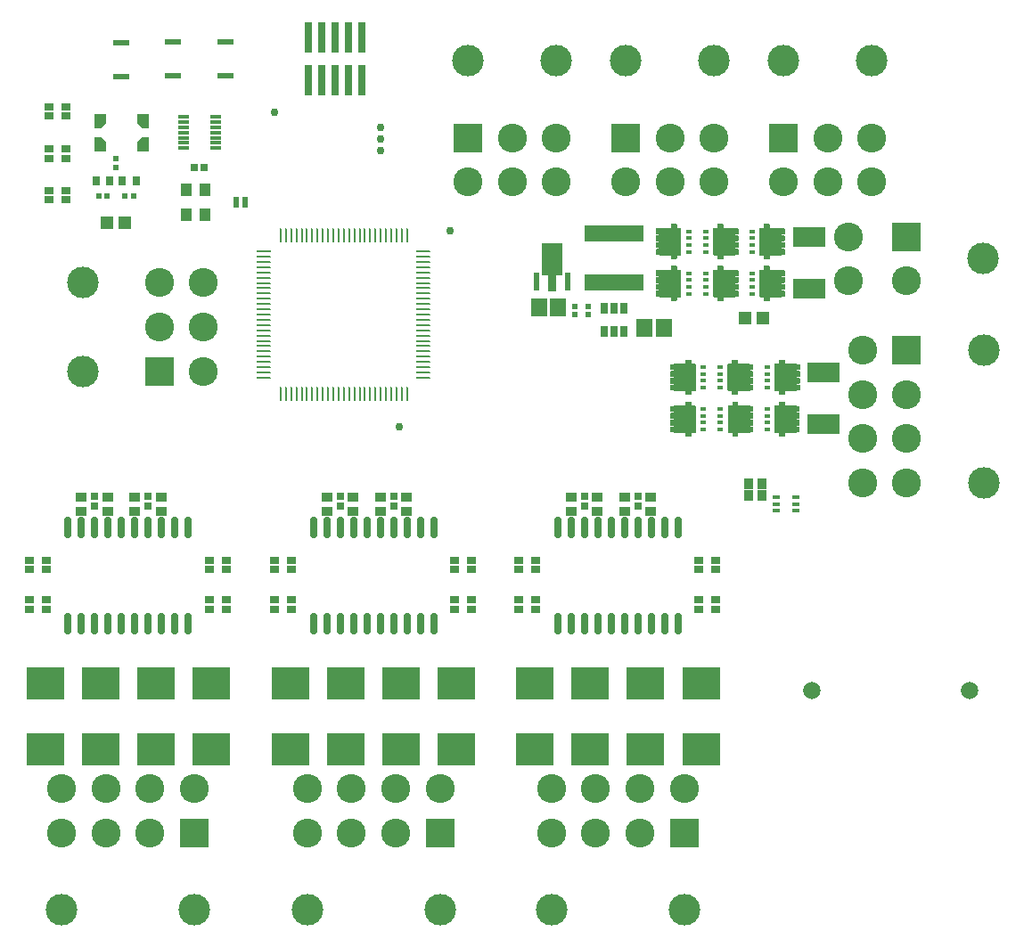
<source format=gts>
G04*
G04 #@! TF.GenerationSoftware,Altium Limited,Altium Designer,24.4.1 (13)*
G04*
G04 Layer_Color=8388736*
%FSLAX44Y44*%
%MOMM*%
G71*
G04*
G04 #@! TF.SameCoordinates,D7575A33-01EC-4171-9A11-0C774D8D2981*
G04*
G04*
G04 #@! TF.FilePolarity,Negative*
G04*
G01*
G75*
%ADD25R,0.5200X0.5200*%
%ADD26R,0.7565X0.8621*%
%ADD27R,0.5200X0.5200*%
%ADD28C,0.9900*%
%ADD29C,0.9698*%
%ADD30R,0.9779X0.3048*%
%ADD31R,1.5000X0.5500*%
%ADD34R,3.5700X3.1000*%
%ADD36C,1.7397*%
%ADD37R,0.5800X1.7300*%
%ADD38R,5.7000X1.6000*%
%ADD39R,0.7000X1.0000*%
G04:AMPARAMS|DCode=40|XSize=0.2125mm|YSize=1.3552mm|CornerRadius=0.1062mm|HoleSize=0mm|Usage=FLASHONLY|Rotation=0.000|XOffset=0mm|YOffset=0mm|HoleType=Round|Shape=RoundedRectangle|*
%AMROUNDEDRECTD40*
21,1,0.2125,1.1428,0,0,0.0*
21,1,0.0000,1.3552,0,0,0.0*
1,1,0.2125,0.0000,-0.5714*
1,1,0.2125,0.0000,-0.5714*
1,1,0.2125,0.0000,0.5714*
1,1,0.2125,0.0000,0.5714*
%
%ADD40ROUNDEDRECTD40*%
G04:AMPARAMS|DCode=41|XSize=1.3552mm|YSize=0.2125mm|CornerRadius=0.1062mm|HoleSize=0mm|Usage=FLASHONLY|Rotation=0.000|XOffset=0mm|YOffset=0mm|HoleType=Round|Shape=RoundedRectangle|*
%AMROUNDEDRECTD41*
21,1,1.3552,0.0000,0,0,0.0*
21,1,1.1428,0.2125,0,0,0.0*
1,1,0.2125,0.5714,0.0000*
1,1,0.2125,-0.5714,0.0000*
1,1,0.2125,-0.5714,0.0000*
1,1,0.2125,0.5714,0.0000*
%
%ADD41ROUNDEDRECTD41*%
%ADD42R,1.3552X0.2125*%
%ADD45R,0.8000X0.4000*%
%ADD46R,1.0500X1.3000*%
%ADD47R,0.5750X1.1400*%
%ADD48R,0.5000X0.3500*%
%ADD49R,3.1500X1.9600*%
%ADD50C,0.7500*%
%ADD51R,1.3000X1.2000*%
%ADD52R,1.6500X1.7000*%
%ADD53O,0.7500X2.1000*%
%ADD54R,0.7000X0.7000*%
%ADD55R,0.9500X0.6500*%
%ADD56R,1.1000X0.9500*%
%ADD57R,0.7000X0.7000*%
%ADD58R,0.9000X1.0000*%
%ADD59R,0.8500X1.0000*%
%ADD60C,2.7500*%
%ADD61R,2.7500X2.7500*%
%ADD62C,3.0000*%
%ADD63R,0.8000X2.9200*%
%ADD64R,2.7500X2.7500*%
%ADD65C,1.6580*%
%ADD66C,2.7534*%
%ADD67R,2.7534X2.7534*%
%ADD68C,2.9972*%
G36*
X135000Y814250D02*
X128000D01*
X124000Y819250D01*
Y827750D01*
X135000D01*
Y814250D01*
D02*
G37*
G36*
X94000Y819250D02*
X90000Y814250D01*
X83000D01*
Y827750D01*
X94000D01*
Y819250D01*
D02*
G37*
G36*
X135000Y791750D02*
X124000D01*
Y800250D01*
X128000Y805250D01*
X135000D01*
Y791750D01*
D02*
G37*
G36*
X94000Y800250D02*
Y791750D01*
X83000D01*
Y805250D01*
X90000D01*
X94000Y800250D01*
D02*
G37*
G36*
X724268Y723043D02*
X724382Y723016D01*
X724492Y722970D01*
X724592Y722909D01*
X724682Y722832D01*
X724759Y722742D01*
X724820Y722642D01*
X724865Y722533D01*
X724893Y722418D01*
X724902Y722300D01*
Y719252D01*
X735500D01*
X735618Y719243D01*
X735732Y719215D01*
X735842Y719170D01*
X735942Y719109D01*
X736032Y719032D01*
X736109Y718942D01*
X736170Y718842D01*
X736207Y718752D01*
X738500D01*
X738618Y718743D01*
X738733Y718716D01*
X738841Y718670D01*
X738942Y718609D01*
X739032Y718532D01*
X739109Y718442D01*
X739170Y718342D01*
X739215Y718232D01*
X739243Y718118D01*
X739252Y718000D01*
Y714000D01*
X739243Y713882D01*
X739215Y713767D01*
X739170Y713659D01*
X739109Y713558D01*
X739032Y713468D01*
X738942Y713391D01*
X738841Y713330D01*
X738733Y713285D01*
X738618Y713257D01*
X738500Y713248D01*
X736252D01*
Y712252D01*
X738500D01*
X738618Y712243D01*
X738733Y712215D01*
X738841Y712170D01*
X738942Y712109D01*
X739032Y712032D01*
X739109Y711942D01*
X739170Y711842D01*
X739215Y711732D01*
X739243Y711618D01*
X739252Y711500D01*
Y707500D01*
X739243Y707382D01*
X739215Y707268D01*
X739170Y707159D01*
X739109Y707058D01*
X739032Y706968D01*
X738942Y706891D01*
X738841Y706830D01*
X738733Y706785D01*
X738618Y706757D01*
X738500Y706748D01*
X736252D01*
Y705752D01*
X738500D01*
X738618Y705743D01*
X738733Y705715D01*
X738841Y705670D01*
X738942Y705609D01*
X739032Y705532D01*
X739109Y705442D01*
X739170Y705342D01*
X739215Y705232D01*
X739243Y705118D01*
X739252Y705000D01*
Y701000D01*
X739243Y700882D01*
X739215Y700768D01*
X739170Y700658D01*
X739109Y700558D01*
X739032Y700468D01*
X738942Y700391D01*
X738841Y700330D01*
X738733Y700285D01*
X738618Y700257D01*
X738500Y700248D01*
X736252D01*
Y699252D01*
X738500D01*
X738618Y699243D01*
X738733Y699215D01*
X738841Y699170D01*
X738942Y699109D01*
X739032Y699032D01*
X739109Y698942D01*
X739170Y698842D01*
X739215Y698733D01*
X739243Y698618D01*
X739252Y698500D01*
Y694500D01*
X739243Y694382D01*
X739215Y694268D01*
X739170Y694158D01*
X739109Y694058D01*
X739032Y693968D01*
X738942Y693891D01*
X738841Y693830D01*
X738733Y693784D01*
X738618Y693757D01*
X738500Y693748D01*
X736207D01*
X736170Y693659D01*
X736109Y693558D01*
X736032Y693468D01*
X735942Y693391D01*
X735842Y693330D01*
X735732Y693285D01*
X735618Y693257D01*
X735500Y693248D01*
X724902D01*
Y690200D01*
X724893Y690082D01*
X724865Y689967D01*
X724820Y689858D01*
X724759Y689758D01*
X724682Y689668D01*
X724592Y689591D01*
X724492Y689530D01*
X724382Y689484D01*
X724268Y689457D01*
X724150Y689448D01*
X719850D01*
X719732Y689457D01*
X719617Y689484D01*
X719508Y689530D01*
X719408Y689591D01*
X719318Y689668D01*
X719241Y689758D01*
X719180Y689858D01*
X719135Y689967D01*
X719107Y690082D01*
X719098Y690200D01*
Y693248D01*
X715700D01*
X715582Y693257D01*
X715468Y693285D01*
X715359Y693330D01*
X715258Y693391D01*
X715168Y693468D01*
X715091Y693558D01*
X715030Y693659D01*
X714985Y693767D01*
X714957Y693882D01*
X714948Y694000D01*
Y718500D01*
X714957Y718618D01*
X714985Y718733D01*
X715030Y718842D01*
X715091Y718942D01*
X715168Y719032D01*
X715258Y719109D01*
X715359Y719170D01*
X715468Y719215D01*
X715582Y719243D01*
X715700Y719252D01*
X719098D01*
Y722300D01*
X719107Y722418D01*
X719135Y722533D01*
X719180Y722642D01*
X719241Y722742D01*
X719318Y722832D01*
X719408Y722909D01*
X719508Y722970D01*
X719617Y723016D01*
X719732Y723043D01*
X719850Y723052D01*
X724150D01*
X724268Y723043D01*
D02*
G37*
G36*
X680268D02*
X680383Y723016D01*
X680491Y722970D01*
X680592Y722909D01*
X680682Y722832D01*
X680759Y722742D01*
X680820Y722642D01*
X680865Y722533D01*
X680893Y722418D01*
X680902Y722300D01*
Y719252D01*
X691500D01*
X691618Y719243D01*
X691732Y719215D01*
X691842Y719170D01*
X691942Y719109D01*
X692032Y719032D01*
X692109Y718942D01*
X692170Y718842D01*
X692207Y718752D01*
X694500D01*
X694618Y718743D01*
X694733Y718716D01*
X694842Y718670D01*
X694942Y718609D01*
X695032Y718532D01*
X695109Y718442D01*
X695170Y718342D01*
X695216Y718232D01*
X695243Y718118D01*
X695252Y718000D01*
Y714000D01*
X695243Y713882D01*
X695216Y713767D01*
X695170Y713659D01*
X695109Y713558D01*
X695032Y713468D01*
X694942Y713391D01*
X694842Y713330D01*
X694733Y713285D01*
X694618Y713257D01*
X694500Y713248D01*
X692252D01*
Y712252D01*
X694500D01*
X694618Y712243D01*
X694733Y712215D01*
X694842Y712170D01*
X694942Y712109D01*
X695032Y712032D01*
X695109Y711942D01*
X695170Y711842D01*
X695216Y711732D01*
X695243Y711618D01*
X695252Y711500D01*
Y707500D01*
X695243Y707382D01*
X695216Y707268D01*
X695170Y707159D01*
X695109Y707058D01*
X695032Y706968D01*
X694942Y706891D01*
X694842Y706830D01*
X694733Y706785D01*
X694618Y706757D01*
X694500Y706748D01*
X692252D01*
Y705752D01*
X694500D01*
X694618Y705743D01*
X694733Y705715D01*
X694842Y705670D01*
X694942Y705609D01*
X695032Y705532D01*
X695109Y705442D01*
X695170Y705342D01*
X695216Y705232D01*
X695243Y705118D01*
X695252Y705000D01*
Y701000D01*
X695243Y700882D01*
X695216Y700768D01*
X695170Y700658D01*
X695109Y700558D01*
X695032Y700468D01*
X694942Y700391D01*
X694842Y700330D01*
X694733Y700285D01*
X694618Y700257D01*
X694500Y700248D01*
X692252D01*
Y699252D01*
X694500D01*
X694618Y699243D01*
X694733Y699215D01*
X694842Y699170D01*
X694942Y699109D01*
X695032Y699032D01*
X695109Y698942D01*
X695170Y698842D01*
X695216Y698733D01*
X695243Y698618D01*
X695252Y698500D01*
Y694500D01*
X695243Y694382D01*
X695216Y694268D01*
X695170Y694158D01*
X695109Y694058D01*
X695032Y693968D01*
X694942Y693891D01*
X694842Y693830D01*
X694733Y693784D01*
X694618Y693757D01*
X694500Y693748D01*
X692207D01*
X692170Y693659D01*
X692109Y693558D01*
X692032Y693468D01*
X691942Y693391D01*
X691842Y693330D01*
X691732Y693285D01*
X691618Y693257D01*
X691500Y693248D01*
X680902D01*
Y690200D01*
X680893Y690082D01*
X680865Y689967D01*
X680820Y689858D01*
X680759Y689758D01*
X680682Y689668D01*
X680592Y689591D01*
X680491Y689530D01*
X680383Y689484D01*
X680268Y689457D01*
X680150Y689448D01*
X675850D01*
X675732Y689457D01*
X675618Y689484D01*
X675508Y689530D01*
X675408Y689591D01*
X675318Y689668D01*
X675241Y689758D01*
X675180Y689858D01*
X675135Y689967D01*
X675107Y690082D01*
X675098Y690200D01*
Y693248D01*
X671700D01*
X671582Y693257D01*
X671468Y693285D01*
X671358Y693330D01*
X671258Y693391D01*
X671168Y693468D01*
X671091Y693558D01*
X671030Y693659D01*
X670984Y693767D01*
X670957Y693882D01*
X670948Y694000D01*
Y718500D01*
X670957Y718618D01*
X670984Y718733D01*
X671030Y718842D01*
X671091Y718942D01*
X671168Y719032D01*
X671258Y719109D01*
X671358Y719170D01*
X671468Y719215D01*
X671582Y719243D01*
X671700Y719252D01*
X675098D01*
Y722300D01*
X675107Y722418D01*
X675135Y722533D01*
X675180Y722642D01*
X675241Y722742D01*
X675318Y722832D01*
X675408Y722909D01*
X675508Y722970D01*
X675618Y723016D01*
X675732Y723043D01*
X675850Y723052D01*
X680150D01*
X680268Y723043D01*
D02*
G37*
G36*
X636018D02*
X636133Y723016D01*
X636242Y722970D01*
X636342Y722909D01*
X636432Y722832D01*
X636509Y722742D01*
X636570Y722642D01*
X636615Y722533D01*
X636643Y722418D01*
X636652Y722300D01*
Y719252D01*
X640050D01*
X640168Y719243D01*
X640283Y719215D01*
X640392Y719170D01*
X640492Y719109D01*
X640582Y719032D01*
X640659Y718942D01*
X640720Y718842D01*
X640766Y718733D01*
X640793Y718618D01*
X640802Y718500D01*
Y694000D01*
X640793Y693882D01*
X640766Y693767D01*
X640720Y693659D01*
X640659Y693558D01*
X640582Y693468D01*
X640492Y693391D01*
X640392Y693330D01*
X640283Y693285D01*
X640168Y693257D01*
X640050Y693248D01*
X636652D01*
Y690200D01*
X636643Y690082D01*
X636615Y689967D01*
X636570Y689858D01*
X636509Y689758D01*
X636432Y689668D01*
X636342Y689591D01*
X636242Y689530D01*
X636133Y689484D01*
X636018Y689457D01*
X635900Y689448D01*
X631600D01*
X631482Y689457D01*
X631367Y689484D01*
X631259Y689530D01*
X631158Y689591D01*
X631068Y689668D01*
X630991Y689758D01*
X630930Y689858D01*
X630885Y689967D01*
X630857Y690082D01*
X630848Y690200D01*
Y693248D01*
X620250D01*
X620132Y693257D01*
X620018Y693285D01*
X619908Y693330D01*
X619808Y693391D01*
X619718Y693468D01*
X619641Y693558D01*
X619580Y693659D01*
X619543Y693748D01*
X617250D01*
X617132Y693757D01*
X617018Y693784D01*
X616908Y693830D01*
X616808Y693891D01*
X616718Y693968D01*
X616641Y694058D01*
X616580Y694158D01*
X616535Y694268D01*
X616507Y694382D01*
X616498Y694500D01*
Y698500D01*
X616507Y698618D01*
X616535Y698733D01*
X616580Y698842D01*
X616641Y698942D01*
X616718Y699032D01*
X616808Y699109D01*
X616908Y699170D01*
X617018Y699215D01*
X617132Y699243D01*
X617250Y699252D01*
X619498D01*
Y700248D01*
X617250D01*
X617132Y700257D01*
X617018Y700285D01*
X616908Y700330D01*
X616808Y700391D01*
X616718Y700468D01*
X616641Y700558D01*
X616580Y700658D01*
X616535Y700768D01*
X616507Y700882D01*
X616498Y701000D01*
Y705000D01*
X616507Y705118D01*
X616535Y705232D01*
X616580Y705342D01*
X616641Y705442D01*
X616718Y705532D01*
X616808Y705609D01*
X616908Y705670D01*
X617018Y705715D01*
X617132Y705743D01*
X617250Y705752D01*
X619498D01*
Y706748D01*
X617250D01*
X617132Y706757D01*
X617018Y706785D01*
X616908Y706830D01*
X616808Y706891D01*
X616718Y706968D01*
X616641Y707058D01*
X616580Y707159D01*
X616535Y707268D01*
X616507Y707382D01*
X616498Y707500D01*
Y711500D01*
X616507Y711618D01*
X616535Y711732D01*
X616580Y711842D01*
X616641Y711942D01*
X616718Y712032D01*
X616808Y712109D01*
X616908Y712170D01*
X617018Y712215D01*
X617132Y712243D01*
X617250Y712252D01*
X619498D01*
Y713248D01*
X617250D01*
X617132Y713257D01*
X617018Y713285D01*
X616908Y713330D01*
X616808Y713391D01*
X616718Y713468D01*
X616641Y713558D01*
X616580Y713659D01*
X616535Y713767D01*
X616507Y713882D01*
X616498Y714000D01*
Y718000D01*
X616507Y718118D01*
X616535Y718232D01*
X616580Y718342D01*
X616641Y718442D01*
X616718Y718532D01*
X616808Y718609D01*
X616908Y718670D01*
X617018Y718716D01*
X617132Y718743D01*
X617250Y718752D01*
X619543D01*
X619580Y718842D01*
X619641Y718942D01*
X619718Y719032D01*
X619808Y719109D01*
X619908Y719170D01*
X620018Y719215D01*
X620132Y719243D01*
X620250Y719252D01*
X630848D01*
Y722300D01*
X630857Y722418D01*
X630885Y722533D01*
X630930Y722642D01*
X630991Y722742D01*
X631068Y722832D01*
X631158Y722909D01*
X631259Y722970D01*
X631367Y723016D01*
X631482Y723043D01*
X631600Y723052D01*
X635900D01*
X636018Y723043D01*
D02*
G37*
G36*
X527915Y674350D02*
X522050D01*
Y659350D01*
X514450D01*
Y674350D01*
X508585D01*
Y704650D01*
X527915D01*
Y674350D01*
D02*
G37*
G36*
X724268Y683293D02*
X724382Y683266D01*
X724492Y683220D01*
X724592Y683159D01*
X724682Y683082D01*
X724759Y682992D01*
X724820Y682892D01*
X724865Y682783D01*
X724893Y682668D01*
X724902Y682550D01*
Y679502D01*
X735500D01*
X735618Y679493D01*
X735732Y679465D01*
X735842Y679420D01*
X735942Y679359D01*
X736032Y679282D01*
X736109Y679192D01*
X736170Y679092D01*
X736207Y679002D01*
X738500D01*
X738618Y678993D01*
X738733Y678966D01*
X738841Y678920D01*
X738942Y678859D01*
X739032Y678782D01*
X739109Y678692D01*
X739170Y678592D01*
X739215Y678483D01*
X739243Y678368D01*
X739252Y678250D01*
Y674250D01*
X739243Y674132D01*
X739215Y674017D01*
X739170Y673908D01*
X739109Y673808D01*
X739032Y673718D01*
X738942Y673641D01*
X738841Y673580D01*
X738733Y673534D01*
X738618Y673507D01*
X738500Y673498D01*
X736252D01*
Y672502D01*
X738500D01*
X738618Y672493D01*
X738733Y672466D01*
X738841Y672420D01*
X738942Y672359D01*
X739032Y672282D01*
X739109Y672192D01*
X739170Y672092D01*
X739215Y671982D01*
X739243Y671868D01*
X739252Y671750D01*
Y667750D01*
X739243Y667632D01*
X739215Y667517D01*
X739170Y667409D01*
X739109Y667308D01*
X739032Y667218D01*
X738942Y667141D01*
X738841Y667080D01*
X738733Y667035D01*
X738618Y667007D01*
X738500Y666998D01*
X736252D01*
Y666002D01*
X738500D01*
X738618Y665993D01*
X738733Y665965D01*
X738841Y665920D01*
X738942Y665859D01*
X739032Y665782D01*
X739109Y665692D01*
X739170Y665592D01*
X739215Y665482D01*
X739243Y665368D01*
X739252Y665250D01*
Y661250D01*
X739243Y661132D01*
X739215Y661018D01*
X739170Y660909D01*
X739109Y660808D01*
X739032Y660718D01*
X738942Y660641D01*
X738841Y660580D01*
X738733Y660535D01*
X738618Y660507D01*
X738500Y660498D01*
X736252D01*
Y659502D01*
X738500D01*
X738618Y659493D01*
X738733Y659465D01*
X738841Y659420D01*
X738942Y659359D01*
X739032Y659282D01*
X739109Y659192D01*
X739170Y659092D01*
X739215Y658982D01*
X739243Y658868D01*
X739252Y658750D01*
Y654750D01*
X739243Y654632D01*
X739215Y654518D01*
X739170Y654408D01*
X739109Y654308D01*
X739032Y654218D01*
X738942Y654141D01*
X738841Y654080D01*
X738733Y654035D01*
X738618Y654007D01*
X738500Y653998D01*
X736207D01*
X736170Y653908D01*
X736109Y653808D01*
X736032Y653718D01*
X735942Y653641D01*
X735842Y653580D01*
X735732Y653534D01*
X735618Y653507D01*
X735500Y653498D01*
X724902D01*
Y650450D01*
X724893Y650332D01*
X724865Y650218D01*
X724820Y650108D01*
X724759Y650008D01*
X724682Y649918D01*
X724592Y649841D01*
X724492Y649780D01*
X724382Y649734D01*
X724268Y649707D01*
X724150Y649698D01*
X719850D01*
X719732Y649707D01*
X719617Y649734D01*
X719508Y649780D01*
X719408Y649841D01*
X719318Y649918D01*
X719241Y650008D01*
X719180Y650108D01*
X719135Y650218D01*
X719107Y650332D01*
X719098Y650450D01*
Y653498D01*
X715700D01*
X715582Y653507D01*
X715468Y653534D01*
X715359Y653580D01*
X715258Y653641D01*
X715168Y653718D01*
X715091Y653808D01*
X715030Y653908D01*
X714985Y654017D01*
X714957Y654132D01*
X714948Y654250D01*
Y678750D01*
X714957Y678868D01*
X714985Y678982D01*
X715030Y679092D01*
X715091Y679192D01*
X715168Y679282D01*
X715258Y679359D01*
X715359Y679420D01*
X715468Y679465D01*
X715582Y679493D01*
X715700Y679502D01*
X719098D01*
Y682550D01*
X719107Y682668D01*
X719135Y682783D01*
X719180Y682892D01*
X719241Y682992D01*
X719318Y683082D01*
X719408Y683159D01*
X719508Y683220D01*
X719617Y683266D01*
X719732Y683293D01*
X719850Y683302D01*
X724150D01*
X724268Y683293D01*
D02*
G37*
G36*
X680268D02*
X680383Y683266D01*
X680491Y683220D01*
X680592Y683159D01*
X680682Y683082D01*
X680759Y682992D01*
X680820Y682892D01*
X680865Y682783D01*
X680893Y682668D01*
X680902Y682550D01*
Y679502D01*
X691500D01*
X691618Y679493D01*
X691732Y679465D01*
X691842Y679420D01*
X691942Y679359D01*
X692032Y679282D01*
X692109Y679192D01*
X692170Y679092D01*
X692207Y679002D01*
X694500D01*
X694618Y678993D01*
X694733Y678966D01*
X694842Y678920D01*
X694942Y678859D01*
X695032Y678782D01*
X695109Y678692D01*
X695170Y678592D01*
X695216Y678483D01*
X695243Y678368D01*
X695252Y678250D01*
Y674250D01*
X695243Y674132D01*
X695216Y674017D01*
X695170Y673908D01*
X695109Y673808D01*
X695032Y673718D01*
X694942Y673641D01*
X694842Y673580D01*
X694733Y673534D01*
X694618Y673507D01*
X694500Y673498D01*
X692252D01*
Y672502D01*
X694500D01*
X694618Y672493D01*
X694733Y672466D01*
X694842Y672420D01*
X694942Y672359D01*
X695032Y672282D01*
X695109Y672192D01*
X695170Y672092D01*
X695216Y671982D01*
X695243Y671868D01*
X695252Y671750D01*
Y667750D01*
X695243Y667632D01*
X695216Y667517D01*
X695170Y667409D01*
X695109Y667308D01*
X695032Y667218D01*
X694942Y667141D01*
X694842Y667080D01*
X694733Y667035D01*
X694618Y667007D01*
X694500Y666998D01*
X692252D01*
Y666002D01*
X694500D01*
X694618Y665993D01*
X694733Y665965D01*
X694842Y665920D01*
X694942Y665859D01*
X695032Y665782D01*
X695109Y665692D01*
X695170Y665592D01*
X695216Y665482D01*
X695243Y665368D01*
X695252Y665250D01*
Y661250D01*
X695243Y661132D01*
X695216Y661018D01*
X695170Y660909D01*
X695109Y660808D01*
X695032Y660718D01*
X694942Y660641D01*
X694842Y660580D01*
X694733Y660535D01*
X694618Y660507D01*
X694500Y660498D01*
X692252D01*
Y659502D01*
X694500D01*
X694618Y659493D01*
X694733Y659465D01*
X694842Y659420D01*
X694942Y659359D01*
X695032Y659282D01*
X695109Y659192D01*
X695170Y659092D01*
X695216Y658982D01*
X695243Y658868D01*
X695252Y658750D01*
Y654750D01*
X695243Y654632D01*
X695216Y654518D01*
X695170Y654408D01*
X695109Y654308D01*
X695032Y654218D01*
X694942Y654141D01*
X694842Y654080D01*
X694733Y654035D01*
X694618Y654007D01*
X694500Y653998D01*
X692207D01*
X692170Y653908D01*
X692109Y653808D01*
X692032Y653718D01*
X691942Y653641D01*
X691842Y653580D01*
X691732Y653534D01*
X691618Y653507D01*
X691500Y653498D01*
X680902D01*
Y650450D01*
X680893Y650332D01*
X680865Y650218D01*
X680820Y650108D01*
X680759Y650008D01*
X680682Y649918D01*
X680592Y649841D01*
X680491Y649780D01*
X680383Y649734D01*
X680268Y649707D01*
X680150Y649698D01*
X675850D01*
X675732Y649707D01*
X675618Y649734D01*
X675508Y649780D01*
X675408Y649841D01*
X675318Y649918D01*
X675241Y650008D01*
X675180Y650108D01*
X675135Y650218D01*
X675107Y650332D01*
X675098Y650450D01*
Y653498D01*
X671700D01*
X671582Y653507D01*
X671468Y653534D01*
X671358Y653580D01*
X671258Y653641D01*
X671168Y653718D01*
X671091Y653808D01*
X671030Y653908D01*
X670984Y654017D01*
X670957Y654132D01*
X670948Y654250D01*
Y678750D01*
X670957Y678868D01*
X670984Y678982D01*
X671030Y679092D01*
X671091Y679192D01*
X671168Y679282D01*
X671258Y679359D01*
X671358Y679420D01*
X671468Y679465D01*
X671582Y679493D01*
X671700Y679502D01*
X675098D01*
Y682550D01*
X675107Y682668D01*
X675135Y682783D01*
X675180Y682892D01*
X675241Y682992D01*
X675318Y683082D01*
X675408Y683159D01*
X675508Y683220D01*
X675618Y683266D01*
X675732Y683293D01*
X675850Y683302D01*
X680150D01*
X680268Y683293D01*
D02*
G37*
G36*
X636018D02*
X636133Y683266D01*
X636242Y683220D01*
X636342Y683159D01*
X636432Y683082D01*
X636509Y682992D01*
X636570Y682892D01*
X636615Y682783D01*
X636643Y682668D01*
X636652Y682550D01*
Y679502D01*
X640050D01*
X640168Y679493D01*
X640283Y679465D01*
X640392Y679420D01*
X640492Y679359D01*
X640582Y679282D01*
X640659Y679192D01*
X640720Y679092D01*
X640766Y678982D01*
X640793Y678868D01*
X640802Y678750D01*
Y654250D01*
X640793Y654132D01*
X640766Y654017D01*
X640720Y653908D01*
X640659Y653808D01*
X640582Y653718D01*
X640492Y653641D01*
X640392Y653580D01*
X640283Y653534D01*
X640168Y653507D01*
X640050Y653498D01*
X636652D01*
Y650450D01*
X636643Y650332D01*
X636615Y650218D01*
X636570Y650108D01*
X636509Y650008D01*
X636432Y649918D01*
X636342Y649841D01*
X636242Y649780D01*
X636133Y649734D01*
X636018Y649707D01*
X635900Y649698D01*
X631600D01*
X631482Y649707D01*
X631367Y649734D01*
X631259Y649780D01*
X631158Y649841D01*
X631068Y649918D01*
X630991Y650008D01*
X630930Y650108D01*
X630885Y650218D01*
X630857Y650332D01*
X630848Y650450D01*
Y653498D01*
X620250D01*
X620132Y653507D01*
X620018Y653534D01*
X619908Y653580D01*
X619808Y653641D01*
X619718Y653718D01*
X619641Y653808D01*
X619580Y653908D01*
X619543Y653998D01*
X617250D01*
X617132Y654007D01*
X617018Y654035D01*
X616908Y654080D01*
X616808Y654141D01*
X616718Y654218D01*
X616641Y654308D01*
X616580Y654408D01*
X616535Y654518D01*
X616507Y654632D01*
X616498Y654750D01*
Y658750D01*
X616507Y658868D01*
X616535Y658982D01*
X616580Y659092D01*
X616641Y659192D01*
X616718Y659282D01*
X616808Y659359D01*
X616908Y659420D01*
X617018Y659465D01*
X617132Y659493D01*
X617250Y659502D01*
X619498D01*
Y660498D01*
X617250D01*
X617132Y660507D01*
X617018Y660535D01*
X616908Y660580D01*
X616808Y660641D01*
X616718Y660718D01*
X616641Y660808D01*
X616580Y660909D01*
X616535Y661018D01*
X616507Y661132D01*
X616498Y661250D01*
Y665250D01*
X616507Y665368D01*
X616535Y665482D01*
X616580Y665592D01*
X616641Y665692D01*
X616718Y665782D01*
X616808Y665859D01*
X616908Y665920D01*
X617018Y665965D01*
X617132Y665993D01*
X617250Y666002D01*
X619498D01*
Y666998D01*
X617250D01*
X617132Y667007D01*
X617018Y667035D01*
X616908Y667080D01*
X616808Y667141D01*
X616718Y667218D01*
X616641Y667308D01*
X616580Y667409D01*
X616535Y667517D01*
X616507Y667632D01*
X616498Y667750D01*
Y671750D01*
X616507Y671868D01*
X616535Y671982D01*
X616580Y672092D01*
X616641Y672192D01*
X616718Y672282D01*
X616808Y672359D01*
X616908Y672420D01*
X617018Y672466D01*
X617132Y672493D01*
X617250Y672502D01*
X619498D01*
Y673498D01*
X617250D01*
X617132Y673507D01*
X617018Y673534D01*
X616908Y673580D01*
X616808Y673641D01*
X616718Y673718D01*
X616641Y673808D01*
X616580Y673908D01*
X616535Y674017D01*
X616507Y674132D01*
X616498Y674250D01*
Y678250D01*
X616507Y678368D01*
X616535Y678483D01*
X616580Y678592D01*
X616641Y678692D01*
X616718Y678782D01*
X616808Y678859D01*
X616908Y678920D01*
X617018Y678966D01*
X617132Y678993D01*
X617250Y679002D01*
X619543D01*
X619580Y679092D01*
X619641Y679192D01*
X619718Y679282D01*
X619808Y679359D01*
X619908Y679420D01*
X620018Y679465D01*
X620132Y679493D01*
X620250Y679502D01*
X630848D01*
Y682550D01*
X630857Y682668D01*
X630885Y682783D01*
X630930Y682892D01*
X630991Y682992D01*
X631068Y683082D01*
X631158Y683159D01*
X631259Y683220D01*
X631367Y683266D01*
X631482Y683293D01*
X631600Y683302D01*
X635900D01*
X636018Y683293D01*
D02*
G37*
G36*
X738555Y594043D02*
X738670Y594016D01*
X738779Y593970D01*
X738879Y593909D01*
X738969Y593832D01*
X739046Y593742D01*
X739108Y593642D01*
X739153Y593532D01*
X739180Y593418D01*
X739190Y593300D01*
Y590252D01*
X749787D01*
X749905Y590243D01*
X750020Y590215D01*
X750129Y590170D01*
X750229Y590109D01*
X750319Y590032D01*
X750396Y589942D01*
X750458Y589841D01*
X750495Y589752D01*
X752787D01*
X752905Y589743D01*
X753020Y589715D01*
X753129Y589670D01*
X753230Y589609D01*
X753319Y589532D01*
X753396Y589442D01*
X753458Y589342D01*
X753503Y589232D01*
X753530Y589118D01*
X753540Y589000D01*
Y585000D01*
X753530Y584882D01*
X753503Y584767D01*
X753458Y584658D01*
X753396Y584558D01*
X753319Y584468D01*
X753230Y584391D01*
X753129Y584330D01*
X753020Y584285D01*
X752905Y584257D01*
X752787Y584248D01*
X750540D01*
Y583252D01*
X752787D01*
X752905Y583243D01*
X753020Y583215D01*
X753129Y583170D01*
X753230Y583109D01*
X753319Y583032D01*
X753396Y582942D01*
X753458Y582842D01*
X753503Y582733D01*
X753530Y582618D01*
X753540Y582500D01*
Y578500D01*
X753530Y578382D01*
X753503Y578268D01*
X753458Y578158D01*
X753396Y578058D01*
X753319Y577968D01*
X753230Y577891D01*
X753129Y577830D01*
X753020Y577785D01*
X752905Y577757D01*
X752787Y577748D01*
X750540D01*
Y576752D01*
X752787D01*
X752905Y576743D01*
X753020Y576716D01*
X753129Y576670D01*
X753230Y576609D01*
X753319Y576532D01*
X753396Y576442D01*
X753458Y576342D01*
X753503Y576232D01*
X753530Y576118D01*
X753540Y576000D01*
Y572000D01*
X753530Y571882D01*
X753503Y571768D01*
X753458Y571658D01*
X753396Y571558D01*
X753319Y571468D01*
X753230Y571391D01*
X753129Y571330D01*
X753020Y571284D01*
X752905Y571257D01*
X752787Y571248D01*
X750540D01*
Y570252D01*
X752787D01*
X752905Y570243D01*
X753020Y570215D01*
X753129Y570170D01*
X753230Y570109D01*
X753319Y570032D01*
X753396Y569942D01*
X753458Y569842D01*
X753503Y569733D01*
X753530Y569618D01*
X753540Y569500D01*
Y565500D01*
X753530Y565382D01*
X753503Y565267D01*
X753458Y565159D01*
X753396Y565058D01*
X753319Y564968D01*
X753230Y564891D01*
X753129Y564830D01*
X753020Y564785D01*
X752905Y564757D01*
X752787Y564748D01*
X750495D01*
X750458Y564659D01*
X750396Y564558D01*
X750319Y564468D01*
X750229Y564391D01*
X750129Y564330D01*
X750020Y564285D01*
X749905Y564257D01*
X749787Y564248D01*
X739190D01*
Y561200D01*
X739180Y561082D01*
X739153Y560967D01*
X739108Y560858D01*
X739046Y560758D01*
X738969Y560668D01*
X738879Y560591D01*
X738779Y560530D01*
X738670Y560485D01*
X738555Y560457D01*
X738437Y560448D01*
X734137D01*
X734020Y560457D01*
X733905Y560485D01*
X733796Y560530D01*
X733695Y560591D01*
X733605Y560668D01*
X733529Y560758D01*
X733467Y560858D01*
X733422Y560967D01*
X733394Y561082D01*
X733385Y561200D01*
Y564248D01*
X729987D01*
X729870Y564257D01*
X729755Y564285D01*
X729646Y564330D01*
X729545Y564391D01*
X729455Y564468D01*
X729379Y564558D01*
X729317Y564659D01*
X729272Y564767D01*
X729244Y564882D01*
X729235Y565000D01*
Y589500D01*
X729244Y589618D01*
X729272Y589733D01*
X729317Y589841D01*
X729379Y589942D01*
X729455Y590032D01*
X729545Y590109D01*
X729646Y590170D01*
X729755Y590215D01*
X729870Y590243D01*
X729987Y590252D01*
X733385D01*
Y593300D01*
X733394Y593418D01*
X733422Y593532D01*
X733467Y593642D01*
X733529Y593742D01*
X733605Y593832D01*
X733695Y593909D01*
X733796Y593970D01*
X733905Y594016D01*
X734020Y594043D01*
X734137Y594052D01*
X738437D01*
X738555Y594043D01*
D02*
G37*
G36*
X694205D02*
X694320Y594016D01*
X694429Y593970D01*
X694529Y593909D01*
X694619Y593832D01*
X694696Y593742D01*
X694758Y593642D01*
X694803Y593532D01*
X694830Y593418D01*
X694840Y593300D01*
Y590252D01*
X705437D01*
X705555Y590243D01*
X705670Y590215D01*
X705779Y590170D01*
X705880Y590109D01*
X705969Y590032D01*
X706046Y589942D01*
X706108Y589841D01*
X706145Y589752D01*
X708437D01*
X708555Y589743D01*
X708670Y589715D01*
X708779Y589670D01*
X708879Y589609D01*
X708969Y589532D01*
X709046Y589442D01*
X709108Y589342D01*
X709153Y589232D01*
X709180Y589118D01*
X709190Y589000D01*
Y585000D01*
X709180Y584882D01*
X709153Y584767D01*
X709108Y584658D01*
X709046Y584558D01*
X708969Y584468D01*
X708879Y584391D01*
X708779Y584330D01*
X708670Y584285D01*
X708555Y584257D01*
X708437Y584248D01*
X706190D01*
Y583252D01*
X708437D01*
X708555Y583243D01*
X708670Y583215D01*
X708779Y583170D01*
X708879Y583109D01*
X708969Y583032D01*
X709046Y582942D01*
X709108Y582842D01*
X709153Y582733D01*
X709180Y582618D01*
X709190Y582500D01*
Y578500D01*
X709180Y578382D01*
X709153Y578268D01*
X709108Y578158D01*
X709046Y578058D01*
X708969Y577968D01*
X708879Y577891D01*
X708779Y577830D01*
X708670Y577785D01*
X708555Y577757D01*
X708437Y577748D01*
X706190D01*
Y576752D01*
X708437D01*
X708555Y576743D01*
X708670Y576716D01*
X708779Y576670D01*
X708879Y576609D01*
X708969Y576532D01*
X709046Y576442D01*
X709108Y576342D01*
X709153Y576232D01*
X709180Y576118D01*
X709190Y576000D01*
Y572000D01*
X709180Y571882D01*
X709153Y571768D01*
X709108Y571658D01*
X709046Y571558D01*
X708969Y571468D01*
X708879Y571391D01*
X708779Y571330D01*
X708670Y571284D01*
X708555Y571257D01*
X708437Y571248D01*
X706190D01*
Y570252D01*
X708437D01*
X708555Y570243D01*
X708670Y570215D01*
X708779Y570170D01*
X708879Y570109D01*
X708969Y570032D01*
X709046Y569942D01*
X709108Y569842D01*
X709153Y569733D01*
X709180Y569618D01*
X709190Y569500D01*
Y565500D01*
X709180Y565382D01*
X709153Y565267D01*
X709108Y565159D01*
X709046Y565058D01*
X708969Y564968D01*
X708879Y564891D01*
X708779Y564830D01*
X708670Y564785D01*
X708555Y564757D01*
X708437Y564748D01*
X706145D01*
X706108Y564659D01*
X706046Y564558D01*
X705969Y564468D01*
X705880Y564391D01*
X705779Y564330D01*
X705670Y564285D01*
X705555Y564257D01*
X705437Y564248D01*
X694840D01*
Y561200D01*
X694830Y561082D01*
X694803Y560967D01*
X694758Y560858D01*
X694696Y560758D01*
X694619Y560668D01*
X694529Y560591D01*
X694429Y560530D01*
X694320Y560485D01*
X694205Y560457D01*
X694087Y560448D01*
X689787D01*
X689670Y560457D01*
X689555Y560485D01*
X689446Y560530D01*
X689345Y560591D01*
X689255Y560668D01*
X689179Y560758D01*
X689117Y560858D01*
X689072Y560967D01*
X689044Y561082D01*
X689035Y561200D01*
Y564248D01*
X685637D01*
X685520Y564257D01*
X685405Y564285D01*
X685296Y564330D01*
X685195Y564391D01*
X685105Y564468D01*
X685029Y564558D01*
X684967Y564659D01*
X684922Y564767D01*
X684894Y564882D01*
X684885Y565000D01*
Y589500D01*
X684894Y589618D01*
X684922Y589733D01*
X684967Y589841D01*
X685029Y589942D01*
X685105Y590032D01*
X685195Y590109D01*
X685296Y590170D01*
X685405Y590215D01*
X685520Y590243D01*
X685637Y590252D01*
X689035D01*
Y593300D01*
X689044Y593418D01*
X689072Y593532D01*
X689117Y593642D01*
X689179Y593742D01*
X689255Y593832D01*
X689345Y593909D01*
X689446Y593970D01*
X689555Y594016D01*
X689670Y594043D01*
X689787Y594052D01*
X694087D01*
X694205Y594043D01*
D02*
G37*
G36*
X649805D02*
X649920Y594016D01*
X650029Y593970D01*
X650129Y593909D01*
X650219Y593832D01*
X650296Y593742D01*
X650358Y593642D01*
X650403Y593532D01*
X650430Y593418D01*
X650440Y593300D01*
Y590252D01*
X653837D01*
X653955Y590243D01*
X654070Y590215D01*
X654179Y590170D01*
X654279Y590109D01*
X654369Y590032D01*
X654446Y589942D01*
X654508Y589841D01*
X654553Y589733D01*
X654580Y589618D01*
X654590Y589500D01*
Y565000D01*
X654580Y564882D01*
X654553Y564767D01*
X654508Y564659D01*
X654446Y564558D01*
X654369Y564468D01*
X654279Y564391D01*
X654179Y564330D01*
X654070Y564285D01*
X653955Y564257D01*
X653837Y564248D01*
X650440D01*
Y561200D01*
X650430Y561082D01*
X650403Y560967D01*
X650358Y560858D01*
X650296Y560758D01*
X650219Y560668D01*
X650129Y560591D01*
X650029Y560530D01*
X649920Y560485D01*
X649805Y560457D01*
X649687Y560448D01*
X645387D01*
X645270Y560457D01*
X645155Y560485D01*
X645046Y560530D01*
X644945Y560591D01*
X644855Y560668D01*
X644779Y560758D01*
X644717Y560858D01*
X644672Y560967D01*
X644644Y561082D01*
X644635Y561200D01*
Y564248D01*
X634037D01*
X633920Y564257D01*
X633805Y564285D01*
X633696Y564330D01*
X633595Y564391D01*
X633505Y564468D01*
X633429Y564558D01*
X633367Y564659D01*
X633330Y564748D01*
X631037D01*
X630920Y564757D01*
X630805Y564785D01*
X630696Y564830D01*
X630595Y564891D01*
X630505Y564968D01*
X630429Y565058D01*
X630367Y565159D01*
X630322Y565267D01*
X630294Y565382D01*
X630285Y565500D01*
Y569500D01*
X630294Y569618D01*
X630322Y569733D01*
X630367Y569842D01*
X630429Y569942D01*
X630505Y570032D01*
X630595Y570109D01*
X630696Y570170D01*
X630805Y570215D01*
X630920Y570243D01*
X631037Y570252D01*
X633285D01*
Y571248D01*
X631037D01*
X630920Y571257D01*
X630805Y571284D01*
X630696Y571330D01*
X630595Y571391D01*
X630505Y571468D01*
X630429Y571558D01*
X630367Y571658D01*
X630322Y571768D01*
X630294Y571882D01*
X630285Y572000D01*
Y576000D01*
X630294Y576118D01*
X630322Y576232D01*
X630367Y576342D01*
X630429Y576442D01*
X630505Y576532D01*
X630595Y576609D01*
X630696Y576670D01*
X630805Y576716D01*
X630920Y576743D01*
X631037Y576752D01*
X633285D01*
Y577748D01*
X631037D01*
X630920Y577757D01*
X630805Y577785D01*
X630696Y577830D01*
X630595Y577891D01*
X630505Y577968D01*
X630429Y578058D01*
X630367Y578158D01*
X630322Y578268D01*
X630294Y578382D01*
X630285Y578500D01*
Y582500D01*
X630294Y582618D01*
X630322Y582733D01*
X630367Y582842D01*
X630429Y582942D01*
X630505Y583032D01*
X630595Y583109D01*
X630696Y583170D01*
X630805Y583215D01*
X630920Y583243D01*
X631037Y583252D01*
X633285D01*
Y584248D01*
X631037D01*
X630920Y584257D01*
X630805Y584285D01*
X630696Y584330D01*
X630595Y584391D01*
X630505Y584468D01*
X630429Y584558D01*
X630367Y584658D01*
X630322Y584767D01*
X630294Y584882D01*
X630285Y585000D01*
Y589000D01*
X630294Y589118D01*
X630322Y589232D01*
X630367Y589342D01*
X630429Y589442D01*
X630505Y589532D01*
X630595Y589609D01*
X630696Y589670D01*
X630805Y589715D01*
X630920Y589743D01*
X631037Y589752D01*
X633330D01*
X633367Y589841D01*
X633429Y589942D01*
X633505Y590032D01*
X633595Y590109D01*
X633696Y590170D01*
X633805Y590215D01*
X633920Y590243D01*
X634037Y590252D01*
X644635D01*
Y593300D01*
X644644Y593418D01*
X644672Y593532D01*
X644717Y593642D01*
X644779Y593742D01*
X644855Y593832D01*
X644945Y593909D01*
X645046Y593970D01*
X645155Y594016D01*
X645270Y594043D01*
X645387Y594052D01*
X649687D01*
X649805Y594043D01*
D02*
G37*
G36*
X738455Y554293D02*
X738570Y554266D01*
X738679Y554220D01*
X738780Y554159D01*
X738869Y554082D01*
X738946Y553992D01*
X739008Y553892D01*
X739053Y553783D01*
X739080Y553668D01*
X739090Y553550D01*
Y550502D01*
X749687D01*
X749805Y550493D01*
X749920Y550466D01*
X750029Y550420D01*
X750129Y550359D01*
X750219Y550282D01*
X750296Y550192D01*
X750358Y550092D01*
X750395Y550002D01*
X752687D01*
X752805Y549993D01*
X752920Y549966D01*
X753029Y549920D01*
X753130Y549859D01*
X753219Y549782D01*
X753296Y549692D01*
X753358Y549591D01*
X753403Y549482D01*
X753430Y549368D01*
X753440Y549250D01*
Y545250D01*
X753430Y545132D01*
X753403Y545018D01*
X753358Y544908D01*
X753296Y544808D01*
X753219Y544718D01*
X753130Y544641D01*
X753029Y544580D01*
X752920Y544534D01*
X752805Y544507D01*
X752687Y544498D01*
X750440D01*
Y543502D01*
X752687D01*
X752805Y543493D01*
X752920Y543465D01*
X753029Y543420D01*
X753130Y543359D01*
X753219Y543282D01*
X753296Y543192D01*
X753358Y543092D01*
X753403Y542982D01*
X753430Y542868D01*
X753440Y542750D01*
Y538750D01*
X753430Y538632D01*
X753403Y538517D01*
X753358Y538408D01*
X753296Y538308D01*
X753219Y538218D01*
X753130Y538141D01*
X753029Y538080D01*
X752920Y538035D01*
X752805Y538007D01*
X752687Y537998D01*
X750440D01*
Y537002D01*
X752687D01*
X752805Y536993D01*
X752920Y536965D01*
X753029Y536920D01*
X753130Y536859D01*
X753219Y536782D01*
X753296Y536692D01*
X753358Y536591D01*
X753403Y536483D01*
X753430Y536368D01*
X753440Y536250D01*
Y532250D01*
X753430Y532132D01*
X753403Y532018D01*
X753358Y531908D01*
X753296Y531808D01*
X753219Y531718D01*
X753130Y531641D01*
X753029Y531580D01*
X752920Y531535D01*
X752805Y531507D01*
X752687Y531498D01*
X750440D01*
Y530502D01*
X752687D01*
X752805Y530493D01*
X752920Y530466D01*
X753029Y530420D01*
X753130Y530359D01*
X753219Y530282D01*
X753296Y530192D01*
X753358Y530092D01*
X753403Y529982D01*
X753430Y529868D01*
X753440Y529750D01*
Y525750D01*
X753430Y525632D01*
X753403Y525518D01*
X753358Y525408D01*
X753296Y525308D01*
X753219Y525218D01*
X753130Y525141D01*
X753029Y525080D01*
X752920Y525034D01*
X752805Y525007D01*
X752687Y524998D01*
X750395D01*
X750358Y524908D01*
X750296Y524808D01*
X750219Y524718D01*
X750129Y524641D01*
X750029Y524580D01*
X749920Y524534D01*
X749805Y524507D01*
X749687Y524498D01*
X739090D01*
Y521450D01*
X739080Y521332D01*
X739053Y521217D01*
X739008Y521108D01*
X738946Y521008D01*
X738869Y520918D01*
X738780Y520841D01*
X738679Y520780D01*
X738570Y520734D01*
X738455Y520707D01*
X738337Y520698D01*
X734037D01*
X733920Y520707D01*
X733805Y520734D01*
X733696Y520780D01*
X733595Y520841D01*
X733505Y520918D01*
X733429Y521008D01*
X733367Y521108D01*
X733322Y521217D01*
X733294Y521332D01*
X733285Y521450D01*
Y524498D01*
X729887D01*
X729770Y524507D01*
X729655Y524534D01*
X729546Y524580D01*
X729445Y524641D01*
X729355Y524718D01*
X729279Y524808D01*
X729217Y524908D01*
X729172Y525018D01*
X729144Y525132D01*
X729135Y525250D01*
Y549750D01*
X729144Y549868D01*
X729172Y549982D01*
X729217Y550092D01*
X729279Y550192D01*
X729355Y550282D01*
X729445Y550359D01*
X729546Y550420D01*
X729655Y550466D01*
X729770Y550493D01*
X729887Y550502D01*
X733285D01*
Y553550D01*
X733294Y553668D01*
X733322Y553783D01*
X733367Y553892D01*
X733429Y553992D01*
X733505Y554082D01*
X733595Y554159D01*
X733696Y554220D01*
X733805Y554266D01*
X733920Y554293D01*
X734037Y554302D01*
X738337D01*
X738455Y554293D01*
D02*
G37*
G36*
X694305D02*
X694420Y554266D01*
X694529Y554220D01*
X694629Y554159D01*
X694719Y554082D01*
X694796Y553992D01*
X694858Y553892D01*
X694903Y553783D01*
X694930Y553668D01*
X694940Y553550D01*
Y550502D01*
X705537D01*
X705655Y550493D01*
X705770Y550466D01*
X705879Y550420D01*
X705980Y550359D01*
X706069Y550282D01*
X706146Y550192D01*
X706208Y550092D01*
X706245Y550002D01*
X708537D01*
X708655Y549993D01*
X708770Y549966D01*
X708879Y549920D01*
X708979Y549859D01*
X709069Y549782D01*
X709146Y549692D01*
X709208Y549591D01*
X709253Y549482D01*
X709280Y549368D01*
X709290Y549250D01*
Y545250D01*
X709280Y545132D01*
X709253Y545018D01*
X709208Y544908D01*
X709146Y544808D01*
X709069Y544718D01*
X708979Y544641D01*
X708879Y544580D01*
X708770Y544534D01*
X708655Y544507D01*
X708537Y544498D01*
X706290D01*
Y543502D01*
X708537D01*
X708655Y543493D01*
X708770Y543465D01*
X708879Y543420D01*
X708979Y543359D01*
X709069Y543282D01*
X709146Y543192D01*
X709208Y543092D01*
X709253Y542982D01*
X709280Y542868D01*
X709290Y542750D01*
Y538750D01*
X709280Y538632D01*
X709253Y538517D01*
X709208Y538408D01*
X709146Y538308D01*
X709069Y538218D01*
X708979Y538141D01*
X708879Y538080D01*
X708770Y538035D01*
X708655Y538007D01*
X708537Y537998D01*
X706290D01*
Y537002D01*
X708537D01*
X708655Y536993D01*
X708770Y536965D01*
X708879Y536920D01*
X708979Y536859D01*
X709069Y536782D01*
X709146Y536692D01*
X709208Y536591D01*
X709253Y536483D01*
X709280Y536368D01*
X709290Y536250D01*
Y532250D01*
X709280Y532132D01*
X709253Y532018D01*
X709208Y531908D01*
X709146Y531808D01*
X709069Y531718D01*
X708979Y531641D01*
X708879Y531580D01*
X708770Y531535D01*
X708655Y531507D01*
X708537Y531498D01*
X706290D01*
Y530502D01*
X708537D01*
X708655Y530493D01*
X708770Y530466D01*
X708879Y530420D01*
X708979Y530359D01*
X709069Y530282D01*
X709146Y530192D01*
X709208Y530092D01*
X709253Y529982D01*
X709280Y529868D01*
X709290Y529750D01*
Y525750D01*
X709280Y525632D01*
X709253Y525518D01*
X709208Y525408D01*
X709146Y525308D01*
X709069Y525218D01*
X708979Y525141D01*
X708879Y525080D01*
X708770Y525034D01*
X708655Y525007D01*
X708537Y524998D01*
X706245D01*
X706208Y524908D01*
X706146Y524808D01*
X706069Y524718D01*
X705980Y524641D01*
X705879Y524580D01*
X705770Y524534D01*
X705655Y524507D01*
X705537Y524498D01*
X694940D01*
Y521450D01*
X694930Y521332D01*
X694903Y521217D01*
X694858Y521108D01*
X694796Y521008D01*
X694719Y520918D01*
X694629Y520841D01*
X694529Y520780D01*
X694420Y520734D01*
X694305Y520707D01*
X694187Y520698D01*
X689887D01*
X689770Y520707D01*
X689655Y520734D01*
X689546Y520780D01*
X689445Y520841D01*
X689355Y520918D01*
X689279Y521008D01*
X689217Y521108D01*
X689172Y521217D01*
X689144Y521332D01*
X689135Y521450D01*
Y524498D01*
X685737D01*
X685620Y524507D01*
X685505Y524534D01*
X685396Y524580D01*
X685295Y524641D01*
X685205Y524718D01*
X685129Y524808D01*
X685067Y524908D01*
X685022Y525018D01*
X684994Y525132D01*
X684985Y525250D01*
Y549750D01*
X684994Y549868D01*
X685022Y549982D01*
X685067Y550092D01*
X685129Y550192D01*
X685205Y550282D01*
X685295Y550359D01*
X685396Y550420D01*
X685505Y550466D01*
X685620Y550493D01*
X685737Y550502D01*
X689135D01*
Y553550D01*
X689144Y553668D01*
X689172Y553783D01*
X689217Y553892D01*
X689279Y553992D01*
X689355Y554082D01*
X689445Y554159D01*
X689546Y554220D01*
X689655Y554266D01*
X689770Y554293D01*
X689887Y554302D01*
X694187D01*
X694305Y554293D01*
D02*
G37*
G36*
X649805D02*
X649920Y554266D01*
X650029Y554220D01*
X650129Y554159D01*
X650219Y554082D01*
X650296Y553992D01*
X650358Y553892D01*
X650403Y553783D01*
X650430Y553668D01*
X650440Y553550D01*
Y550502D01*
X653837D01*
X653955Y550493D01*
X654070Y550466D01*
X654179Y550420D01*
X654279Y550359D01*
X654369Y550282D01*
X654446Y550192D01*
X654508Y550092D01*
X654553Y549982D01*
X654580Y549868D01*
X654590Y549750D01*
Y525250D01*
X654580Y525132D01*
X654553Y525018D01*
X654508Y524908D01*
X654446Y524808D01*
X654369Y524718D01*
X654279Y524641D01*
X654179Y524580D01*
X654070Y524534D01*
X653955Y524507D01*
X653837Y524498D01*
X650440D01*
Y521450D01*
X650430Y521332D01*
X650403Y521217D01*
X650358Y521108D01*
X650296Y521008D01*
X650219Y520918D01*
X650129Y520841D01*
X650029Y520780D01*
X649920Y520734D01*
X649805Y520707D01*
X649687Y520698D01*
X645387D01*
X645270Y520707D01*
X645155Y520734D01*
X645046Y520780D01*
X644945Y520841D01*
X644855Y520918D01*
X644779Y521008D01*
X644717Y521108D01*
X644672Y521217D01*
X644644Y521332D01*
X644635Y521450D01*
Y524498D01*
X634037D01*
X633920Y524507D01*
X633805Y524534D01*
X633696Y524580D01*
X633595Y524641D01*
X633505Y524718D01*
X633429Y524808D01*
X633367Y524908D01*
X633330Y524998D01*
X631037D01*
X630920Y525007D01*
X630805Y525034D01*
X630696Y525080D01*
X630595Y525141D01*
X630505Y525218D01*
X630429Y525308D01*
X630367Y525408D01*
X630322Y525518D01*
X630294Y525632D01*
X630285Y525750D01*
Y529750D01*
X630294Y529868D01*
X630322Y529982D01*
X630367Y530092D01*
X630429Y530192D01*
X630505Y530282D01*
X630595Y530359D01*
X630696Y530420D01*
X630805Y530466D01*
X630920Y530493D01*
X631037Y530502D01*
X633285D01*
Y531498D01*
X631037D01*
X630920Y531507D01*
X630805Y531535D01*
X630696Y531580D01*
X630595Y531641D01*
X630505Y531718D01*
X630429Y531808D01*
X630367Y531908D01*
X630322Y532018D01*
X630294Y532132D01*
X630285Y532250D01*
Y536250D01*
X630294Y536368D01*
X630322Y536483D01*
X630367Y536591D01*
X630429Y536692D01*
X630505Y536782D01*
X630595Y536859D01*
X630696Y536920D01*
X630805Y536965D01*
X630920Y536993D01*
X631037Y537002D01*
X633285D01*
Y537998D01*
X631037D01*
X630920Y538007D01*
X630805Y538035D01*
X630696Y538080D01*
X630595Y538141D01*
X630505Y538218D01*
X630429Y538308D01*
X630367Y538408D01*
X630322Y538517D01*
X630294Y538632D01*
X630285Y538750D01*
Y542750D01*
X630294Y542868D01*
X630322Y542982D01*
X630367Y543092D01*
X630429Y543192D01*
X630505Y543282D01*
X630595Y543359D01*
X630696Y543420D01*
X630805Y543465D01*
X630920Y543493D01*
X631037Y543502D01*
X633285D01*
Y544498D01*
X631037D01*
X630920Y544507D01*
X630805Y544534D01*
X630696Y544580D01*
X630595Y544641D01*
X630505Y544718D01*
X630429Y544808D01*
X630367Y544908D01*
X630322Y545018D01*
X630294Y545132D01*
X630285Y545250D01*
Y549250D01*
X630294Y549368D01*
X630322Y549482D01*
X630367Y549591D01*
X630429Y549692D01*
X630505Y549782D01*
X630595Y549859D01*
X630696Y549920D01*
X630805Y549966D01*
X630920Y549993D01*
X631037Y550002D01*
X633330D01*
X633367Y550092D01*
X633429Y550192D01*
X633505Y550282D01*
X633595Y550359D01*
X633696Y550420D01*
X633805Y550466D01*
X633920Y550493D01*
X634037Y550502D01*
X644635D01*
Y553550D01*
X644644Y553668D01*
X644672Y553783D01*
X644717Y553892D01*
X644779Y553992D01*
X644855Y554082D01*
X644945Y554159D01*
X645046Y554220D01*
X645155Y554266D01*
X645270Y554293D01*
X645387Y554302D01*
X649687D01*
X649805Y554293D01*
D02*
G37*
D25*
X95526Y749250D02*
D03*
X87526D02*
D03*
X120300D02*
D03*
X112300D02*
D03*
D26*
X98035Y764250D02*
D03*
X85017D02*
D03*
X122809Y764294D02*
D03*
X109791D02*
D03*
D27*
X103900Y777000D02*
D03*
Y785000D02*
D03*
X552500Y636750D02*
D03*
Y644750D02*
D03*
X539750D02*
D03*
Y636750D02*
D03*
D28*
X88500Y797250D02*
D03*
X129500D02*
D03*
D29*
Y821000D02*
D03*
X88500D02*
D03*
D30*
X198879Y794998D02*
D03*
Y799999D02*
D03*
Y805000D02*
D03*
Y810001D02*
D03*
Y815003D02*
D03*
Y820004D02*
D03*
Y825005D02*
D03*
X168018D02*
D03*
Y820004D02*
D03*
Y815003D02*
D03*
Y810001D02*
D03*
Y805000D02*
D03*
Y799999D02*
D03*
Y794998D02*
D03*
D31*
X158250Y896250D02*
D03*
Y863750D02*
D03*
X109000Y895500D02*
D03*
Y863000D02*
D03*
X207500Y863750D02*
D03*
Y896250D02*
D03*
D34*
X270000Y286249D02*
D03*
Y224249D02*
D03*
X322250Y286249D02*
D03*
Y224249D02*
D03*
X374750Y286249D02*
D03*
Y224249D02*
D03*
X427500Y286249D02*
D03*
Y224249D02*
D03*
X194250Y286250D02*
D03*
Y224250D02*
D03*
X141500Y286250D02*
D03*
Y224250D02*
D03*
X89000Y286250D02*
D03*
Y224250D02*
D03*
X36750Y286250D02*
D03*
Y224250D02*
D03*
X659500Y286250D02*
D03*
Y224250D02*
D03*
X606750Y286250D02*
D03*
Y224250D02*
D03*
X554250Y286250D02*
D03*
Y224250D02*
D03*
X502000Y286250D02*
D03*
Y224250D02*
D03*
D36*
X518250Y685810D02*
D03*
D37*
X533250Y668000D02*
D03*
X503250D02*
D03*
D38*
X576925Y714296D02*
D03*
Y667296D02*
D03*
D39*
X567425Y642541D02*
D03*
X576925D02*
D03*
X586424D02*
D03*
Y620551D02*
D03*
X576925D02*
D03*
X567425D02*
D03*
D40*
X260250Y712755D02*
D03*
X265250D02*
D03*
X270250D02*
D03*
X275250D02*
D03*
X280250D02*
D03*
X285250D02*
D03*
X290250D02*
D03*
X295250D02*
D03*
X300250D02*
D03*
X305250D02*
D03*
X310250D02*
D03*
X315250D02*
D03*
X320250D02*
D03*
X325250D02*
D03*
X330250D02*
D03*
X335250D02*
D03*
X340250D02*
D03*
X345250D02*
D03*
X350250D02*
D03*
X355250D02*
D03*
X360250D02*
D03*
X365250D02*
D03*
X370250D02*
D03*
X375250D02*
D03*
X380250D02*
D03*
Y561245D02*
D03*
X375250D02*
D03*
X370250D02*
D03*
X365250D02*
D03*
X360250D02*
D03*
X355250D02*
D03*
X350250D02*
D03*
X345250D02*
D03*
X340250D02*
D03*
X335250D02*
D03*
X330250D02*
D03*
X325250D02*
D03*
X320250D02*
D03*
X315250D02*
D03*
X310250D02*
D03*
X305250D02*
D03*
X300250D02*
D03*
X295250D02*
D03*
X290250D02*
D03*
X285250D02*
D03*
X280250D02*
D03*
X275250D02*
D03*
X270250D02*
D03*
X265250D02*
D03*
X260250D02*
D03*
D41*
X396005Y697000D02*
D03*
Y692000D02*
D03*
Y687000D02*
D03*
Y682000D02*
D03*
Y677000D02*
D03*
Y672000D02*
D03*
Y667000D02*
D03*
Y662000D02*
D03*
Y657000D02*
D03*
Y652000D02*
D03*
Y647000D02*
D03*
Y642000D02*
D03*
Y637000D02*
D03*
Y632000D02*
D03*
Y627000D02*
D03*
Y622000D02*
D03*
Y617000D02*
D03*
Y612000D02*
D03*
Y607000D02*
D03*
Y602000D02*
D03*
Y597000D02*
D03*
Y592000D02*
D03*
Y587000D02*
D03*
Y582000D02*
D03*
Y577000D02*
D03*
X244495D02*
D03*
Y582000D02*
D03*
Y587000D02*
D03*
Y592000D02*
D03*
Y597000D02*
D03*
Y602000D02*
D03*
Y607000D02*
D03*
Y612000D02*
D03*
Y617000D02*
D03*
Y622000D02*
D03*
Y627000D02*
D03*
Y632000D02*
D03*
Y637000D02*
D03*
Y642000D02*
D03*
Y647000D02*
D03*
Y652000D02*
D03*
Y657000D02*
D03*
Y662000D02*
D03*
Y667000D02*
D03*
Y672000D02*
D03*
Y677000D02*
D03*
Y682000D02*
D03*
Y687000D02*
D03*
Y692000D02*
D03*
D42*
Y697000D02*
D03*
D45*
X749861Y463495D02*
D03*
Y456996D02*
D03*
Y450496D02*
D03*
X730861D02*
D03*
Y456996D02*
D03*
Y463495D02*
D03*
D46*
X170750Y755166D02*
D03*
Y732167D02*
D03*
X188250D02*
D03*
Y755166D02*
D03*
D47*
X226375Y743750D02*
D03*
X218125D02*
D03*
D48*
X722287Y567500D02*
D03*
Y574000D02*
D03*
Y580500D02*
D03*
Y587000D02*
D03*
X677937Y567500D02*
D03*
Y574000D02*
D03*
Y580500D02*
D03*
Y587000D02*
D03*
X661537D02*
D03*
Y580500D02*
D03*
Y574000D02*
D03*
Y567500D02*
D03*
X722187Y527750D02*
D03*
Y534250D02*
D03*
Y540750D02*
D03*
Y547250D02*
D03*
X678037Y527750D02*
D03*
Y534250D02*
D03*
Y540750D02*
D03*
Y547250D02*
D03*
X661537D02*
D03*
Y540750D02*
D03*
Y534250D02*
D03*
Y527750D02*
D03*
X708000Y656750D02*
D03*
Y663250D02*
D03*
Y669750D02*
D03*
Y676250D02*
D03*
X664000Y696500D02*
D03*
Y703000D02*
D03*
Y709500D02*
D03*
Y716000D02*
D03*
X647750D02*
D03*
Y709500D02*
D03*
Y703000D02*
D03*
Y696500D02*
D03*
X708000D02*
D03*
Y703000D02*
D03*
Y709500D02*
D03*
Y716000D02*
D03*
X664000Y656750D02*
D03*
Y663250D02*
D03*
Y669750D02*
D03*
Y676250D02*
D03*
X647750D02*
D03*
Y669750D02*
D03*
Y663250D02*
D03*
Y656750D02*
D03*
D49*
X776000Y532700D02*
D03*
Y581800D02*
D03*
X762250Y661855D02*
D03*
Y710955D02*
D03*
D50*
X372750Y530000D02*
D03*
X421000Y716250D02*
D03*
X355000Y792500D02*
D03*
Y803750D02*
D03*
Y815000D02*
D03*
X254000Y829000D02*
D03*
D51*
X701630Y633270D02*
D03*
X718630D02*
D03*
X95500Y724250D02*
D03*
X112500D02*
D03*
D52*
X605981Y624500D02*
D03*
X623981D02*
D03*
X506000Y644000D02*
D03*
X524000D02*
D03*
D53*
X58100Y343250D02*
D03*
X70800D02*
D03*
X83500D02*
D03*
X96200D02*
D03*
X108900D02*
D03*
X121600D02*
D03*
X134300D02*
D03*
X147000D02*
D03*
X159700D02*
D03*
X172400D02*
D03*
X58100Y434250D02*
D03*
X70800D02*
D03*
X83500D02*
D03*
X96200D02*
D03*
X108900D02*
D03*
X121600D02*
D03*
X134300D02*
D03*
X147000D02*
D03*
X159700D02*
D03*
X172400D02*
D03*
X405650Y434250D02*
D03*
X392950D02*
D03*
X380250D02*
D03*
X367550D02*
D03*
X354850D02*
D03*
X342150D02*
D03*
X329450D02*
D03*
X316750D02*
D03*
X304050D02*
D03*
X291350D02*
D03*
X405650Y343250D02*
D03*
X392950D02*
D03*
X380250D02*
D03*
X367550D02*
D03*
X354850D02*
D03*
X342150D02*
D03*
X329450D02*
D03*
X316750D02*
D03*
X304050D02*
D03*
X291350D02*
D03*
X637650Y434250D02*
D03*
X624950D02*
D03*
X612250D02*
D03*
X599550D02*
D03*
X586850D02*
D03*
X574150D02*
D03*
X561450D02*
D03*
X548750D02*
D03*
X536050D02*
D03*
X523350D02*
D03*
X637650Y343250D02*
D03*
X624950D02*
D03*
X612250D02*
D03*
X599550D02*
D03*
X586850D02*
D03*
X574150D02*
D03*
X561450D02*
D03*
X548750D02*
D03*
X536050D02*
D03*
X523350D02*
D03*
D54*
X178059Y777000D02*
D03*
X187059D02*
D03*
D55*
X254750Y403500D02*
D03*
X270750D02*
D03*
X254750Y394500D02*
D03*
X270750D02*
D03*
X441750Y356750D02*
D03*
X425750D02*
D03*
X441750Y365750D02*
D03*
X425750D02*
D03*
X254750Y365751D02*
D03*
X270750D02*
D03*
X254750Y356750D02*
D03*
X270750D02*
D03*
X441750Y394499D02*
D03*
X425750D02*
D03*
X441750Y403500D02*
D03*
X425750D02*
D03*
X21500Y403500D02*
D03*
X37500D02*
D03*
X21500Y394500D02*
D03*
X37500D02*
D03*
X208500Y394500D02*
D03*
X192500D02*
D03*
X208500Y403500D02*
D03*
X192500D02*
D03*
X21500Y365750D02*
D03*
X37500D02*
D03*
X21500Y356750D02*
D03*
X37500D02*
D03*
X208500Y356750D02*
D03*
X192500D02*
D03*
X208500Y365750D02*
D03*
X192500D02*
D03*
X673750Y394500D02*
D03*
X657750D02*
D03*
X673750Y403500D02*
D03*
X657750D02*
D03*
X486750Y365750D02*
D03*
X502750D02*
D03*
X486750Y356750D02*
D03*
X502750D02*
D03*
X673750Y356750D02*
D03*
X657750D02*
D03*
X673750Y365750D02*
D03*
X657750D02*
D03*
X486750Y403500D02*
D03*
X502750D02*
D03*
X486750Y394500D02*
D03*
X502750D02*
D03*
X40000Y755000D02*
D03*
X56000D02*
D03*
X40000Y746000D02*
D03*
X56000D02*
D03*
X56000Y785250D02*
D03*
X40000D02*
D03*
X56000Y794250D02*
D03*
X40000D02*
D03*
X56000Y825500D02*
D03*
X40000D02*
D03*
X56000Y834500D02*
D03*
X40000D02*
D03*
D56*
X304250Y463750D02*
D03*
Y450250D02*
D03*
X355000Y463750D02*
D03*
Y450250D02*
D03*
X329250Y463750D02*
D03*
Y450250D02*
D03*
X380000Y463750D02*
D03*
Y450250D02*
D03*
X146750Y463750D02*
D03*
Y450250D02*
D03*
X96000Y463750D02*
D03*
Y450250D02*
D03*
X121750Y463750D02*
D03*
Y450250D02*
D03*
X71000Y463750D02*
D03*
Y450250D02*
D03*
X612000D02*
D03*
Y463750D02*
D03*
X561250Y450250D02*
D03*
Y463750D02*
D03*
X587000Y450250D02*
D03*
Y463750D02*
D03*
X536250Y450250D02*
D03*
Y463750D02*
D03*
D57*
X316750Y464000D02*
D03*
Y455000D02*
D03*
X367500Y464000D02*
D03*
Y455000D02*
D03*
X134250Y464000D02*
D03*
Y455000D02*
D03*
X83500Y464000D02*
D03*
Y455000D02*
D03*
X548750D02*
D03*
Y464000D02*
D03*
X599500Y455000D02*
D03*
Y464000D02*
D03*
D58*
X704750Y465000D02*
D03*
X717750D02*
D03*
D59*
X705000Y476250D02*
D03*
X717500D02*
D03*
D60*
X522000Y763000D02*
D03*
X480000D02*
D03*
X438000D02*
D03*
X522000Y805000D02*
D03*
X480000D02*
D03*
X187000Y667250D02*
D03*
Y625250D02*
D03*
Y583250D02*
D03*
X145000Y667250D02*
D03*
Y625250D02*
D03*
X780000Y805000D02*
D03*
X822000D02*
D03*
X738000Y763000D02*
D03*
X780000D02*
D03*
X822000D02*
D03*
X517500Y186500D02*
D03*
X559500D02*
D03*
X601500D02*
D03*
X643500D02*
D03*
X517500Y144500D02*
D03*
X559500D02*
D03*
X601500D02*
D03*
X813000Y477000D02*
D03*
Y519000D02*
D03*
Y561000D02*
D03*
Y603000D02*
D03*
X855000Y477000D02*
D03*
Y519000D02*
D03*
Y561000D02*
D03*
X52250Y186500D02*
D03*
X94250D02*
D03*
X136250D02*
D03*
X178250D02*
D03*
X52250Y144500D02*
D03*
X94250D02*
D03*
X136250D02*
D03*
X285500Y186500D02*
D03*
X327500D02*
D03*
X369500D02*
D03*
X411500D02*
D03*
X285500Y144500D02*
D03*
X327500D02*
D03*
X369500D02*
D03*
X672000Y763000D02*
D03*
X630000D02*
D03*
X588000D02*
D03*
X672000Y805000D02*
D03*
X630000D02*
D03*
D61*
X438000Y805000D02*
D03*
X738000D02*
D03*
X643500Y144500D02*
D03*
X178250D02*
D03*
X411500Y144500D02*
D03*
X588000Y805000D02*
D03*
D62*
X522000Y878000D02*
D03*
X438000D02*
D03*
X72000Y667250D02*
D03*
Y583250D02*
D03*
X738000Y878000D02*
D03*
X822000D02*
D03*
X517500Y71500D02*
D03*
X643500D02*
D03*
X928000Y477000D02*
D03*
Y603000D02*
D03*
X52250Y71500D02*
D03*
X178250D02*
D03*
X285500Y71500D02*
D03*
X411500D02*
D03*
X672000Y878000D02*
D03*
X588000D02*
D03*
D63*
X286250Y860000D02*
D03*
X298950D02*
D03*
X311650D02*
D03*
X324350D02*
D03*
X337050D02*
D03*
X286250Y900300D02*
D03*
X298950D02*
D03*
X311650D02*
D03*
X324350D02*
D03*
X337050D02*
D03*
D64*
X145000Y583250D02*
D03*
X855000Y603000D02*
D03*
D65*
X765000Y280000D02*
D03*
X915000D02*
D03*
D66*
X799444Y710955D02*
D03*
Y669045D02*
D03*
X854562D02*
D03*
D67*
Y710955D02*
D03*
D68*
X927460Y690000D02*
D03*
M02*

</source>
